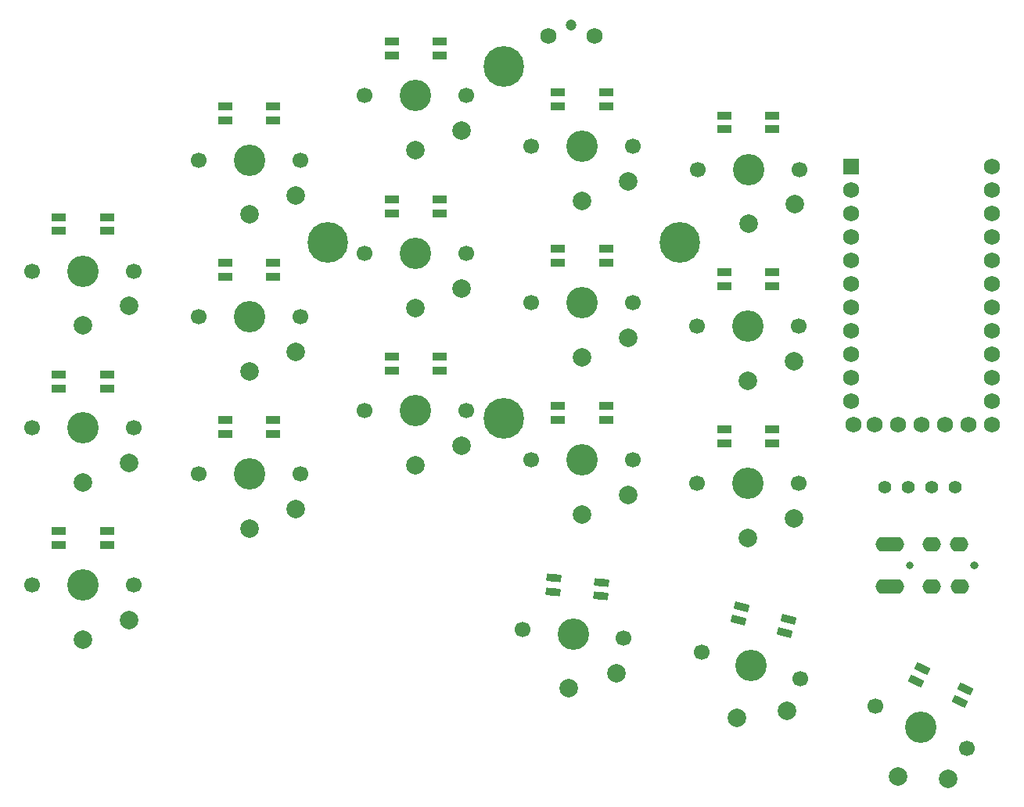
<source format=gbr>
%TF.GenerationSoftware,KiCad,Pcbnew,(6.0.0)*%
%TF.CreationDate,2022-03-14T02:06:46-07:00*%
%TF.ProjectId,half-swept,68616c66-2d73-4776-9570-742e6b696361,rev?*%
%TF.SameCoordinates,Original*%
%TF.FileFunction,Soldermask,Top*%
%TF.FilePolarity,Negative*%
%FSLAX46Y46*%
G04 Gerber Fmt 4.6, Leading zero omitted, Abs format (unit mm)*
G04 Created by KiCad (PCBNEW (6.0.0)) date 2022-03-14 02:06:46*
%MOMM*%
%LPD*%
G01*
G04 APERTURE LIST*
G04 Aperture macros list*
%AMRoundRect*
0 Rectangle with rounded corners*
0 $1 Rounding radius*
0 $2 $3 $4 $5 $6 $7 $8 $9 X,Y pos of 4 corners*
0 Add a 4 corners polygon primitive as box body*
4,1,4,$2,$3,$4,$5,$6,$7,$8,$9,$2,$3,0*
0 Add four circle primitives for the rounded corners*
1,1,$1+$1,$2,$3*
1,1,$1+$1,$4,$5*
1,1,$1+$1,$6,$7*
1,1,$1+$1,$8,$9*
0 Add four rect primitives between the rounded corners*
20,1,$1+$1,$2,$3,$4,$5,0*
20,1,$1+$1,$4,$5,$6,$7,0*
20,1,$1+$1,$6,$7,$8,$9,0*
20,1,$1+$1,$8,$9,$2,$3,0*%
G04 Aperture macros list end*
%ADD10C,0.800000*%
%ADD11O,2.000000X1.600000*%
%ADD12C,1.200000*%
%ADD13C,1.750000*%
%ADD14C,3.400000*%
%ADD15C,1.700000*%
%ADD16C,2.000000*%
%ADD17C,4.400000*%
%ADD18R,1.752600X1.752600*%
%ADD19C,1.752600*%
%ADD20RoundRect,0.082000X-0.718000X0.328000X-0.718000X-0.328000X0.718000X-0.328000X0.718000X0.328000X0*%
%ADD21RoundRect,0.082000X-0.686681X0.389330X-0.743855X-0.264174X0.686681X-0.389330X0.743855X0.264174X0*%
%ADD22C,1.397000*%
%ADD23RoundRect,0.082000X-0.608642X0.502656X-0.778427X-0.130992X0.608642X-0.502656X0.778427X0.130992X0*%
%ADD24RoundRect,0.082000X-0.512110X0.600709X-0.789348X0.006171X0.512110X-0.600709X0.789348X-0.006171X0*%
G04 APERTURE END LIST*
D10*
%TO.C,J2*%
X111498237Y-72712494D03*
X118498237Y-72712494D03*
D11*
X108798237Y-70412494D03*
X109898237Y-75012494D03*
X113898237Y-75012494D03*
X116898237Y-75012494D03*
%TD*%
D12*
%TO.C,RSW1*%
X74855236Y-14194995D03*
D13*
X72355236Y-15404995D03*
X77355236Y-15404995D03*
%TD*%
D14*
%TO.C,SW2*%
X22030236Y-40842495D03*
D15*
X16530236Y-40842495D03*
X27530236Y-40842495D03*
D16*
X22030236Y-46742495D03*
X27030236Y-44642495D03*
%TD*%
D14*
%TO.C,SW3*%
X40030236Y-28842495D03*
D15*
X45530236Y-28842495D03*
X34530236Y-28842495D03*
D16*
X40030236Y-34742495D03*
X45030236Y-32642495D03*
%TD*%
D14*
%TO.C,SW4*%
X58030236Y-21842495D03*
D15*
X63530236Y-21842495D03*
X52530236Y-21842495D03*
D16*
X58030236Y-27742495D03*
X63030236Y-25642495D03*
%TD*%
D14*
%TO.C,SW5*%
X76030237Y-27342495D03*
D15*
X70530237Y-27342495D03*
X81530237Y-27342495D03*
D16*
X76030237Y-33242495D03*
X81030237Y-31142495D03*
%TD*%
D15*
%TO.C,SW6*%
X88530235Y-29842495D03*
X99530235Y-29842495D03*
D14*
X94030235Y-29842495D03*
D16*
X94030235Y-35742495D03*
X99030235Y-33642495D03*
%TD*%
D15*
%TO.C,SW8*%
X27530236Y-57842495D03*
D14*
X22030236Y-57842495D03*
D15*
X16530236Y-57842495D03*
D16*
X22030236Y-63742495D03*
X27030236Y-61642495D03*
%TD*%
D15*
%TO.C,SW9*%
X34530237Y-45816495D03*
X45530237Y-45816495D03*
D14*
X40030237Y-45816495D03*
D16*
X40030237Y-51716495D03*
X45030237Y-49616495D03*
%TD*%
D15*
%TO.C,SW10*%
X52530236Y-38958495D03*
D14*
X58030236Y-38958495D03*
D15*
X63530236Y-38958495D03*
D16*
X58030236Y-44858495D03*
X63030236Y-42758495D03*
%TD*%
D15*
%TO.C,SW11*%
X81530236Y-44292496D03*
D14*
X76030236Y-44292496D03*
D15*
X70530236Y-44292496D03*
D16*
X76030236Y-50192496D03*
X81030236Y-48092496D03*
%TD*%
D15*
%TO.C,SW12*%
X88510236Y-46832496D03*
X99510236Y-46832496D03*
D14*
X94010236Y-46832496D03*
D16*
X94010236Y-52732496D03*
X99010236Y-50632496D03*
%TD*%
D15*
%TO.C,SW14*%
X16530237Y-74842495D03*
D14*
X22030237Y-74842495D03*
D15*
X27530237Y-74842495D03*
D16*
X22030237Y-80742495D03*
X27030237Y-78642495D03*
%TD*%
D15*
%TO.C,SW15*%
X34530236Y-62834495D03*
X45530236Y-62834495D03*
D14*
X40030236Y-62834495D03*
D16*
X40030236Y-68734495D03*
X45030236Y-66634495D03*
%TD*%
D14*
%TO.C,SW16*%
X58030235Y-55976495D03*
D15*
X52530235Y-55976495D03*
X63530235Y-55976495D03*
D16*
X58030235Y-61876495D03*
X63030235Y-59776495D03*
%TD*%
D15*
%TO.C,SW17*%
X70530236Y-61310496D03*
D14*
X76030236Y-61310496D03*
D15*
X81530236Y-61310496D03*
D16*
X76030236Y-67210496D03*
X81030236Y-65110496D03*
%TD*%
D15*
%TO.C,SW18*%
X88510236Y-63850495D03*
D14*
X94010236Y-63850495D03*
D15*
X99510236Y-63850495D03*
D16*
X94010236Y-69750495D03*
X99010236Y-67650495D03*
%TD*%
D15*
%TO.C,SW20*%
X117714930Y-92566894D03*
X107745544Y-87918094D03*
D14*
X112730237Y-90242494D03*
D16*
X110236789Y-95589710D03*
X115655827Y-95799555D03*
%TD*%
D15*
%TO.C,SW21*%
X99642828Y-84965999D03*
X89017644Y-82118989D03*
D14*
X94330236Y-83542494D03*
D16*
X92803204Y-89241456D03*
X98176353Y-88507107D03*
%TD*%
D17*
%TO.C,REF\u002A\u002A*%
X67530236Y-56792495D03*
X48480236Y-37742495D03*
X86580236Y-37742495D03*
X67530236Y-18692495D03*
%TD*%
D18*
%TO.C,U2*%
X105160235Y-29509246D03*
D19*
X105160235Y-32049246D03*
X105160235Y-34589246D03*
X105160235Y-37129246D03*
X105160235Y-39669246D03*
X105160235Y-42209246D03*
X105160235Y-44749246D03*
X105160235Y-47289246D03*
X105160235Y-49829246D03*
X105160235Y-52369246D03*
X105160235Y-54909246D03*
X105388835Y-57449246D03*
X120400235Y-57449246D03*
X120400235Y-54909246D03*
X120400235Y-52369246D03*
X120400235Y-49829246D03*
X120400235Y-47289246D03*
X120400235Y-44749246D03*
X120400235Y-42209246D03*
X120400235Y-39669246D03*
X120400235Y-37129246D03*
X120400235Y-34589246D03*
X120400235Y-32049246D03*
X120400235Y-29509246D03*
X107700235Y-57449246D03*
X110240235Y-57449246D03*
X112780235Y-57449246D03*
X115320235Y-57449246D03*
X117860235Y-57449246D03*
%TD*%
D15*
%TO.C,SW1*%
X69601166Y-79663137D03*
D14*
X75080237Y-80142494D03*
D15*
X80559308Y-80621851D03*
D16*
X74566018Y-86020043D03*
X79730019Y-84363813D03*
%TD*%
D20*
%TO.C,D34*%
X42630236Y-23012495D03*
X42630236Y-24512495D03*
X37430236Y-24512495D03*
X37430236Y-23012495D03*
%TD*%
%TO.C,D26*%
X60630235Y-50146495D03*
X60630235Y-51646495D03*
X55430235Y-51646495D03*
X55430235Y-50146495D03*
%TD*%
%TO.C,D31*%
X42630237Y-39986495D03*
X42630237Y-41486495D03*
X37430237Y-41486495D03*
X37430237Y-39986495D03*
%TD*%
%TO.C,D28*%
X42630236Y-57004495D03*
X42630236Y-58504495D03*
X37430236Y-58504495D03*
X37430236Y-57004495D03*
%TD*%
%TO.C,D32*%
X78630236Y-38462496D03*
X78630236Y-39962496D03*
X73430236Y-39962496D03*
X73430236Y-38462496D03*
%TD*%
%TO.C,D21*%
X96630235Y-24012495D03*
X96630235Y-25512495D03*
X91430235Y-25512495D03*
X91430235Y-24012495D03*
%TD*%
%TO.C,D19*%
X24630236Y-35012495D03*
X24630236Y-36512495D03*
X19430236Y-36512495D03*
X19430236Y-35012495D03*
%TD*%
%TO.C,D23*%
X60630236Y-33128495D03*
X60630236Y-34628495D03*
X55430236Y-34628495D03*
X55430236Y-33128495D03*
%TD*%
%TO.C,D22*%
X24630236Y-52062495D03*
X24630236Y-53562495D03*
X19430236Y-53562495D03*
X19430236Y-52062495D03*
%TD*%
%TO.C,D35*%
X78630237Y-21512495D03*
X78630237Y-23012495D03*
X73430237Y-23012495D03*
X73430237Y-21512495D03*
%TD*%
%TO.C,D25*%
X24630237Y-69012495D03*
X24630237Y-70512495D03*
X19430237Y-70512495D03*
X19430237Y-69012495D03*
%TD*%
%TO.C,D24*%
X96610236Y-41002496D03*
X96610236Y-42502496D03*
X91410236Y-42502496D03*
X91410236Y-41002496D03*
%TD*%
D21*
%TO.C,D30*%
X78178461Y-74561284D03*
X78047728Y-76055576D03*
X72867515Y-75602366D03*
X72998249Y-74108074D03*
%TD*%
D20*
%TO.C,D29*%
X78630236Y-55480496D03*
X78630236Y-56980496D03*
X73430236Y-56980496D03*
X73430236Y-55480496D03*
%TD*%
D10*
%TO.C,J1*%
X118480236Y-72692496D03*
X111480236Y-72692496D03*
D11*
X108780236Y-74992496D03*
X109880236Y-70392496D03*
X113880236Y-70392496D03*
X116880236Y-70392496D03*
%TD*%
D22*
%TO.C,OL2*%
X116390237Y-64242495D03*
X113850237Y-64242495D03*
X111310237Y-64242495D03*
X108770237Y-64242495D03*
%TD*%
D23*
%TO.C,D33*%
X98350558Y-78584076D03*
X97962330Y-80032965D03*
X92939515Y-78687106D03*
X93327744Y-77238217D03*
%TD*%
D20*
%TO.C,D20*%
X60630236Y-16012495D03*
X60630236Y-17512495D03*
X55430236Y-17512495D03*
X55430236Y-16012495D03*
%TD*%
D24*
%TO.C,D36*%
X117550502Y-86057527D03*
X116916574Y-87416989D03*
X112203774Y-85219374D03*
X112837701Y-83859912D03*
%TD*%
D20*
%TO.C,D27*%
X96610236Y-58020495D03*
X96610236Y-59520495D03*
X91410236Y-59520495D03*
X91410236Y-58020495D03*
%TD*%
M02*

</source>
